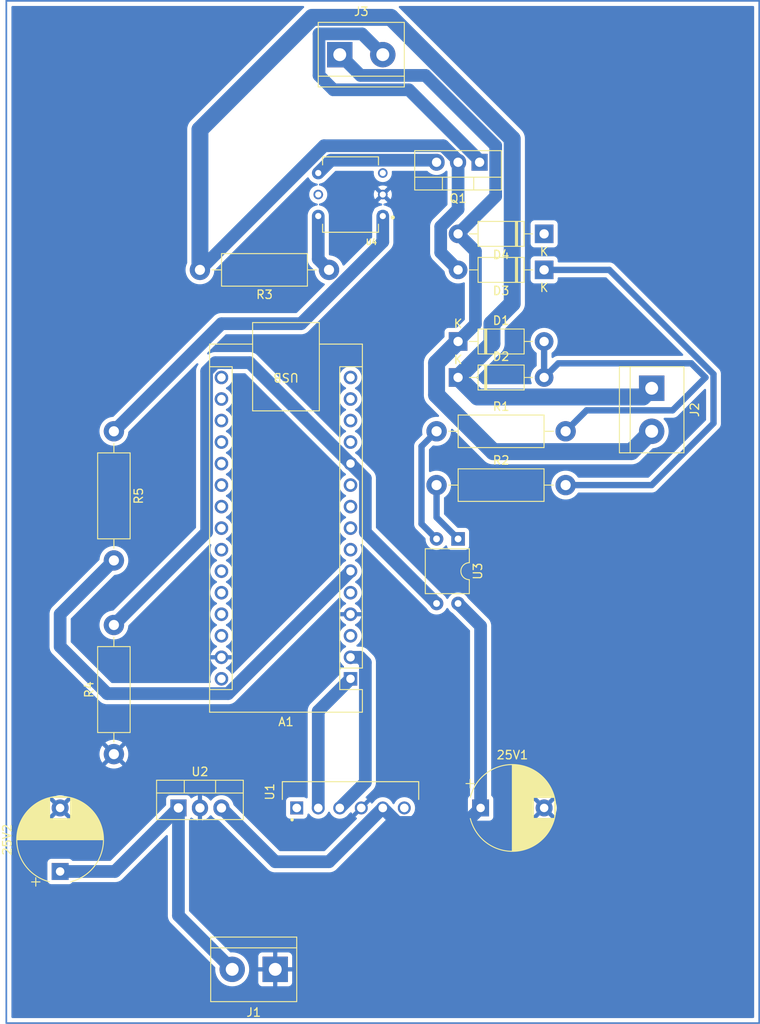
<source format=kicad_pcb>
(kicad_pcb (version 20221018) (generator pcbnew)
  (title_block (title "AC Load Control by NANO Microcontroller  with Bluetooth ") (date "17.06.2023") (rev "1.0") (company "by Muxtar_Safarov"))
  (layers (0 "F.Cu" signal) (31 "B.Cu" signal) (34 "B.Paste" user) (35 "F.Paste" user) (36 "B.SilkS" user "B.Silkscreen") (37 "F.SilkS" user "F.Silkscreen") (38 "B.Mask" user) (39 "F.Mask" user) (44 "Edge.Cuts" user))
  (net 0 "")
  (net 1 "Net-(U1-VCC)")
  (net 2 "Earth")
  (net 3 "+12V")
  (net 4 "Net-(A1-D1{slash}TX)")
  (net 5 "Net-(A1-D0{slash}RX)")
  (net 8 "Net-(A1-D3)")
  (net 13 "Net-(A1-D8)")
  (net 29 "+5V")
  (net 32 "Net-(D1-K)")
  (net 33 "Net-(D1-A)")
  (net 34 "Net-(D2-K)")
  (net 35 "Net-(D3-K)")
  (net 36 "Net-(J3-Pin_2)")
  (net 37 "Net-(Q1-G)")
  (net 38 "Net-(R1-Pad1)")
  (net 39 "Net-(R2-Pad1)")
  (net 40 "Net-(R3-Pad1)")
  (net 41 "Net-(R5-Pad1)")
  (footprint "Diode_THT:D_DO-41_SOD81_P10.16mm_Horizontal" (layer "F.Cu") (at 114.3 103.7 180)
    (fp_text reference "D4" (at 5.08 -2.47) (layer "F.SilkS"))
    (fp_text value "1N4007")
    (fp_text user "K" (at 0 -2.1) (layer "F.SilkS"))
    (pad "1" thru_hole rect (at 0 0 180) (size 2.2 2.2) (drill 1.1) (layers "*.Cu" "*.Mask") (net 35 "Net-(D3-K)"))
    (pad "2" thru_hole oval (at 10.16 0 180) (size 2.2 2.2) (drill 1.1) (layers "*.Cu" "*.Mask") (net 32 "Net-(D1-K)"))
  )
  (footprint "Resistor_THT:R_Axial_DIN0411_L9.9mm_D3.6mm_P15.24mm_Horizontal" (layer "F.Cu") (at 63.5 127 -90)
    (fp_text reference "R5" (at 7.62 -2.92 90) (layer "F.SilkS"))
    (fp_text value "100R")
    (pad "1" thru_hole circle (at 0 0 270) (size 2.4 2.4) (drill 1.2) (layers "*.Cu" "*.Mask") (net 41 "Net-(R5-Pad1)"))
    (pad "2" thru_hole oval (at 15.24 0 270) (size 2.4 2.4) (drill 1.2) (layers "*.Cu" "*.Mask") (net 8 "Net-(A1-D3)"))
  )
  (footprint "Diode_THT:D_DO-41_SOD81_P10.16mm_Horizontal" (layer "F.Cu") (at 114.3 107.95 180)
    (fp_text reference "D3" (at 5.08 -2.47) (layer "F.SilkS"))
    (fp_text value "1N4007")
    (fp_text user "K" (at 0 -2.1) (layer "F.SilkS"))
    (pad "1" thru_hole rect (at 0 0 180) (size 2.2 2.2) (drill 1.1) (layers "*.Cu" "*.Mask") (net 35 "Net-(D3-K)"))
    (pad "2" thru_hole oval (at 10.16 0 180) (size 2.2 2.2) (drill 1.1) (layers "*.Cu" "*.Mask") (net 34 "Net-(D2-K)"))
  )
  (footprint "Resistor_THT:R_Axial_DIN0411_L9.9mm_D3.6mm_P15.24mm_Horizontal" (layer "F.Cu") (at 63.5 165.1 90)
    (fp_text reference "R4" (at 7.62 -2.92 90) (layer "F.SilkS"))
    (fp_text value "1K")
    (pad "1" thru_hole circle (at 0 0 90) (size 2.4 2.4) (drill 1.2) (layers "*.Cu" "*.Mask") (net 2 "Earth"))
    (pad "2" thru_hole oval (at 15.24 0 90) (size 2.4 2.4) (drill 1.2) (layers "*.Cu" "*.Mask") (net 13 "Net-(A1-D8)"))
  )
  (footprint "Package_TO_SOT_THT:TO-220-3_Vertical" (layer "F.Cu") (at 106.68 95.25 180)
    (fp_text reference "Q1" (at 2.54 -4.27) (layer "F.SilkS"))
    (fp_text value "BTA16-600B")
    (pad "1" thru_hole rect (at 0 0 180) (size 1.905 2) (drill 1.1) (layers "*.Cu" "*.Mask") (net 36 "Net-(J3-Pin_2)"))
    (pad "2" thru_hole oval (at 2.54 0 180) (size 1.905 2) (drill 1.1) (layers "*.Cu" "*.Mask") (net 34 "Net-(D2-K)"))
    (pad "3" thru_hole oval (at 5.08 0 180) (size 1.905 2) (drill 1.1) (layers "*.Cu" "*.Mask") (net 37 "Net-(Q1-G)"))
  )
  (footprint "MOC3020M:DIP762W45P254L889H508Q6" (layer "F.Cu") (at 91.44 99.06 180)
    (fp_text reference "U4" (at -2.469425 -5.609645) (layer "F.SilkS") (effects (font (size 0.64037 0.64037))))
    (fp_text value "MOC3020M")
    (pad "1" thru_hole rect (at -3.81 -2.54 180) (size 1.13 1.13) (drill 0.73) (layers "*.Cu" "*.Mask") (net 41 "Net-(R5-Pad1)"))
    (pad "2" thru_hole circle (at -3.81 0 180) (size 1.13 1.13) (drill 0.73) (layers "*.Cu" "*.Mask") (net 2 "Earth"))
    (pad "3" thru_hole circle (at -3.81 2.54 180) (size 1.13 1.13) (drill 0.73) (layers "*.Cu" "*.Mask"))
    (pad "4" thru_hole circle (at 3.81 2.54 180) (size 1.13 1.13) (drill 0.73) (layers "*.Cu" "*.Mask") (net 37 "Net-(Q1-G)"))
    (pad "5" thru_hole circle (at 3.81 0 180) (size 1.13 1.13) (drill 0.73) (layers "*.Cu" "*.Mask"))
    (pad "6" thru_hole circle (at 3.81 -2.54 180) (size 1.13 1.13) (drill 0.73) (layers "*.Cu" "*.Mask") (net 40 "Net-(R3-Pad1)"))
  )
  (footprint "Resistor_THT:R_Axial_DIN0411_L9.9mm_D3.6mm_P15.24mm_Horizontal" (layer "F.Cu") (at 101.6 133.35)
    (fp_text reference "R2" (at 7.62 -2.92) (layer "F.SilkS"))
    (fp_text value "47K")
    (pad "1" thru_hole circle (at 0 0) (size 2.4 2.4) (drill 1.2) (layers "*.Cu" "*.Mask") (net 39 "Net-(R2-Pad1)"))
    (pad "2" thru_hole oval (at 15.24 0) (size 2.4 2.4) (drill 1.2) (layers "*.Cu" "*.Mask") (net 35 "Net-(D3-K)"))
  )
  (footprint "ZC142200:MODULE_ZC142200" (layer "F.Cu") (at 91.44 171.45 90)
    (fp_text reference "U1" (at 1.905 -9.525 90) (layer "F.SilkS"))
    (fp_text value "ZC142200")
    (pad "1" thru_hole rect (at 0 -6.35 90) (size 1.53 1.53) (drill 1.02) (layers "*.Cu" "*.Mask"))
    (pad "2" thru_hole circle (at 0 -3.81 90) (size 1.53 1.53) (drill 1.02) (layers "*.Cu" "*.Mask") (net 4 "Net-(A1-D1{slash}TX)"))
    (pad "3" thru_hole circle (at 0 -1.27 90) (size 1.53 1.53) (drill 1.02) (layers "*.Cu" "*.Mask") (net 5 "Net-(A1-D0{slash}RX)"))
    (pad "4" thru_hole circle (at 0 1.27 90) (size 1.53 1.53) (drill 1.02) (layers "*.Cu" "*.Mask") (net 2 "Earth"))
    (pad "5" thru_hole circle (at 0 3.81 90) (size 1.53 1.53) (drill 1.02) (layers "*.Cu" "*.Mask") (net 1 "Net-(U1-VCC)"))
    (pad "6" thru_hole circle (at 0 6.35 90) (size 1.53 1.53) (drill 1.02) (layers "*.Cu" "*.Mask"))
  )
  (footprint "Package_DIP:DIP-4_W7.62mm" (layer "F.Cu") (at 104.14 139.7 -90)
    (fp_text reference "U3" (at 3.81 -2.33 90) (layer "F.SilkS"))
    (fp_text value "PC817")
    (pad "1" thru_hole rect (at 0 0 270) (size 1.6 1.6) (drill 0.8) (layers "*.Cu" "*.Mask") (net 39 "Net-(R2-Pad1)"))
    (pad "2" thru_hole oval (at 0 2.54 270) (size 1.6 1.6) (drill 0.8) (layers "*.Cu" "*.Mask") (net 38 "Net-(R1-Pad1)"))
    (pad "3" thru_hole oval (at 7.62 2.54 270) (size 1.6 1.6) (drill 0.8) (layers "*.Cu" "*.Mask") (net 13 "Net-(A1-D8)"))
    (pad "4" thru_hole oval (at 7.62 0 270) (size 1.6 1.6) (drill 0.8) (layers "*.Cu" "*.Mask") (net 1 "Net-(U1-VCC)"))
  )
  (footprint "Capacitor_THT:CP_Radial_D10.0mm_P7.50mm" (layer "F.Cu") (at 57.15 178.95 90)
    (fp_text reference "25V2" (at 3.75 -6.25 90) (layer "F.SilkS"))
    (fp_text value "100uF")
    (pad "1" thru_hole rect (at 0 0 90) (size 2 2) (drill 1) (layers "*.Cu" "*.Mask") (net 3 "+12V"))
    (pad "2" thru_hole circle (at 7.5 0 90) (size 2 2) (drill 1) (layers "*.Cu" "*.Mask") (net 2 "Earth"))
  )
  (footprint "Module:Arduino_Nano" (layer "F.Cu") (at 91.44 156.21 180)
    (fp_text reference "A1" (at 7.62 -5.08) (layer "F.SilkS"))
    (fp_text value "Arduino_Nano_v3.x")
    (fp_text user "USB" (at 7.62 35.56 180 unlocked) (layer "F.SilkS"))
    (pad "1" thru_hole rect (at 0 0 180) (size 1.6 1.6) (drill 1) (layers "*.Cu" "*.Mask") (net 4 "Net-(A1-D1{slash}TX)"))
    (pad "2" thru_hole oval (at 0 2.54 180) (size 1.6 1.6) (drill 1) (layers "*.Cu" "*.Mask") (net 5 "Net-(A1-D0{slash}RX)"))
    (pad "3" thru_hole oval (at 0 5.08 180) (size 1.6 1.6) (drill 1) (layers "*.Cu" "*.Mask"))
    (pad "4" thru_hole oval (at 0 7.62 180) (size 1.6 1.6) (drill 1) (layers "*.Cu" "*.Mask") (net 2 "Earth"))
    (pad "5" thru_hole oval (at 0 10.16 180) (size 1.6 1.6) (drill 1) (layers "*.Cu" "*.Mask"))
    (pad "6" thru_hole oval (at 0 12.7 180) (size 1.6 1.6) (drill 1) (layers "*.Cu" "*.Mask") (net 8 "Net-(A1-D3)"))
    (pad "7" thru_hole oval (at 0 15.24 180) (size 1.6 1.6) (drill 1) (layers "*.Cu" "*.Mask"))
    (pad "8" thru_hole oval (at 0 17.78 180) (size 1.6 1.6) (drill 1) (layers "*.Cu" "*.Mask"))
    (pad "9" thru_hole oval (at 0 20.32 180) (size 1.6 1.6) (drill 1) (layers "*.Cu" "*.Mask"))
    (pad "10" thru_hole oval (at 0 22.86 180) (size 1.6 1.6) (drill 1) (layers "*.Cu" "*.Mask"))
    (pad "11" thru_hole oval (at 0 25.4 180) (size 1.6 1.6) (drill 1) (layers "*.Cu" "*.Mask") (net 13 "Net-(A1-D8)"))
    (pad "12" thru_hole oval (at 0 27.94 180) (size 1.6 1.6) (drill 1) (layers "*.Cu" "*.Mask"))
    (pad "13" thru_hole oval (at 0 30.48 180) (size 1.6 1.6) (drill 1) (layers "*.Cu" "*.Mask"))
    (pad "14" thru_hole oval (at 0 33.02 180) (size 1.6 1.6) (drill 1) (layers "*.Cu" "*.Mask"))
    (pad "15" thru_hole oval (at 0 35.56 180) (size 1.6 1.6) (drill 1) (layers "*.Cu" "*.Mask"))
    (pad "16" thru_hole oval (at 15.24 35.56 180) (size 1.6 1.6) (drill 1) (layers "*.Cu" "*.Mask"))
    (pad "17" thru_hole oval (at 15.24 33.02 180) (size 1.6 1.6) (drill 1) (layers "*.Cu" "*.Mask"))
    (pad "18" thru_hole oval (at 15.24 30.48 180) (size 1.6 1.6) (drill 1) (layers "*.Cu" "*.Mask"))
    (pad "19" thru_hole oval (at 15.24 27.94 180) (size 1.6 1.6) (drill 1) (layers "*.Cu" "*.Mask"))
    (pad "20" thru_hole oval (at 15.24 25.4 180) (size 1.6 1.6) (drill 1) (layers "*.Cu" "*.Mask"))
    (pad "21" thru_hole oval (at 15.24 22.86 180) (size 1.6 1.6) (drill 1) (layers "*.Cu" "*.Mask"))
    (pad "22" thru_hole oval (at 15.24 20.32 180) (size 1.6 1.6) (drill 1) (layers "*.Cu" "*.Mask"))
    (pad "23" thru_hole oval (at 15.24 17.78 180) (size 1.6 1.6) (drill 1) (layers "*.Cu" "*.Mask"))
    (pad "24" thru_hole oval (at 15.24 15.24 180) (size 1.6 1.6) (drill 1) (layers "*.Cu" "*.Mask"))
    (pad "25" thru_hole oval (at 15.24 12.7 180) (size 1.6 1.6) (drill 1) (layers "*.Cu" "*.Mask"))
    (pad "26" thru_hole oval (at 15.24 10.16 180) (size 1.6 1.6) (drill 1) (layers "*.Cu" "*.Mask"))
    (pad "27" thru_hole oval (at 15.24 7.62 180) (size 1.6 1.6) (drill 1) (layers "*.Cu" "*.Mask") (net 29 "+5V"))
    (pad "28" thru_hole oval (at 15.24 5.08 180) (size 1.6 1.6) (drill 1) (layers "*.Cu" "*.Mask"))
    (pad "29" thru_hole oval (at 15.24 2.54 180) (size 1.6 1.6) (drill 1) (layers "*.Cu" "*.Mask") (net 2 "Earth"))
    (pad "30" thru_hole oval (at 15.24 0 180) (size 1.6 1.6) (drill 1) (layers "*.Cu" "*.Mask"))
  )
  (footprint "Resistor_THT:R_Axial_DIN0411_L9.9mm_D3.6mm_P15.24mm_Horizontal" (layer "F.Cu") (at 101.6 127)
    (fp_text reference "R1" (at 7.62 -2.92) (layer "F.SilkS"))
    (fp_text value "47K")
    (pad "1" thru_hole circle (at 0 0) (size 2.4 2.4) (drill 1.2) (layers "*.Cu" "*.Mask") (net 38 "Net-(R1-Pad1)"))
    (pad "2" thru_hole oval (at 15.24 0) (size 2.4 2.4) (drill 1.2) (layers "*.Cu" "*.Mask") (net 33 "Net-(D1-A)"))
  )
  (footprint "TerminalBlock:TerminalBlock_bornier-2_P5.08mm" (layer "F.Cu") (at 90.17 82.55)
    (fp_text reference "J3" (at 2.54 -5.08) (layer "F.SilkS"))
    (fp_text value "LOAD")
    (pad "1" thru_hole rect (at 0 0) (size 3 3) (drill 1.52) (layers "*.Cu" "*.Mask") (net 32 "Net-(D1-K)"))
    (pad "2" thru_hole circle (at 5.08 0) (size 3 3) (drill 1.52) (layers "*.Cu" "*.Mask") (net 36 "Net-(J3-Pin_2)"))
  )
  (footprint "Diode_THT:D_DO-41_SOD81_P10.16mm_Horizontal" (layer "F.Cu") (at 104.14 120.65)
    (fp_text reference "D2" (at 5.08 -2.47) (layer "F.SilkS"))
    (fp_text value "1N4007")
    (fp_text user "K" (at 0 -2.1) (layer "F.SilkS"))
    (pad "1" thru_hole rect (at 0 0) (size 2.2 2.2) (drill 1.1) (layers "*.Cu" "*.Mask") (net 34 "Net-(D2-K)"))
    (pad "2" thru_hole oval (at 10.16 0) (size 2.2 2.2) (drill 1.1) (layers "*.Cu" "*.Mask") (net 33 "Net-(D1-A)"))
  )
  (footprint "Diode_THT:D_DO-41_SOD81_P10.16mm_Horizontal" (layer "F.Cu") (at 104.14 116.4)
    (fp_text reference "D1" (at 5.08 -2.47) (layer "F.SilkS"))
    (fp_text value "1N4007")
    (fp_text user "K" (at 0 -2.1) (layer "F.SilkS"))
    (pad "1" thru_hole rect (at 0 0) (size 2.2 2.2) (drill 1.1) (layers "*.Cu" "*.Mask") (net 32 "Net-(D1-K)"))
    (pad "2" thru_hole oval (at 10.16 0) (size 2.2 2.2) (drill 1.1) (layers "*.Cu" "*.Mask") (net 33 "Net-(D1-A)"))
  )
  (footprint "Resistor_THT:R_Axial_DIN0411_L9.9mm_D3.6mm_P15.24mm_Horizontal" (layer "F.Cu") (at 88.9 107.95 180)
    (fp_text reference "R3" (at 7.62 -2.92) (layer "F.SilkS"))
    (fp_text value "220R")
    (pad "1" thru_hole circle (at 0 0 180) (size 2.4 2.4) (drill 1.2) (layers "*.Cu" "*.Mask") (net 40 "Net-(R3-Pad1)"))
    (pad "2" thru_hole oval (at 15.24 0 180) (size 2.4 2.4) (drill 1.2) (layers "*.Cu" "*.Mask") (net 34 "Net-(D2-K)"))
  )
  (footprint "TerminalBlock:TerminalBlock_bornier-2_P5.08mm" (layer "F.Cu") (at 82.55 190.5 180)
    (fp_text reference "J1" (at 2.54 -5.08) (layer "F.SilkS"))
    (fp_text value "INPUT SUPPLY")
    (pad "1" thru_hole rect (at 0 0 180) (size 3 3) (drill 1.52) (layers "*.Cu" "*.Mask") (net 2 "Earth"))
    (pad "2" thru_hole circle (at 5.08 0 180) (size 3 3) (drill 1.52) (layers "*.Cu" "*.Mask") (net 3 "+12V"))
  )
  (footprint "Capacitor_THT:CP_Radial_D10.0mm_P7.50mm" (layer "F.Cu") (at 106.8 171.45)
    (fp_text reference "25V1" (at 3.75 -6.25) (layer "F.SilkS"))
    (fp_text value "100uF")
    (pad "1" thru_hole rect (at 0 0) (size 2 2) (drill 1) (layers "*.Cu" "*.Mask") (net 1 "Net-(U1-VCC)"))
    (pad "2" thru_hole circle (at 7.5 0) (size 2 2) (drill 1) (layers "*.Cu" "*.Mask") (net 2 "Earth"))
  )
  (footprint "TerminalBlock:TerminalBlock_bornier-2_P5.08mm" (layer "F.Cu") (at 127 121.92 -90)
    (fp_text reference "J2" (at 2.54 -5.08 90) (layer "F.SilkS"))
    (fp_text value "AC INPUT ")
    (pad "1" thru_hole rect (at 0 0 270) (size 3 3) (drill 1.52) (layers "*.Cu" "*.Mask") (net 34 "Net-(D2-K)"))
    (pad "2" thru_hole circle (at 5.08 0 270) (size 3 3) (drill 1.52) (layers "*.Cu" "*.Mask") (net 32 "Net-(D1-K)"))
  )
  (footprint "Package_TO_SOT_THT:TO-220-3_Vertical" (layer "F.Cu") (at 71.12 171.45)
    (fp_text reference "U2" (at 2.54 -4.27) (layer "F.SilkS"))
    (fp_text value "LM7805_TO220")
    (pad "1" thru_hole rect (at 0 0) (size 1.905 2) (drill 1.1) (layers "*.Cu" "*.Mask") (net 3 "+12V"))
    (pad "2" thru_hole oval (at 2.54 0) (size 1.905 2) (drill 1.1) (layers "*.Cu" "*.Mask") (net 2 "Earth"))
    (pad "3" thru_hole oval (at 5.08 0) (size 1.905 2) (drill 1.1) (layers "*.Cu" "*.Mask") (net 1 "Net-(U1-VCC)"))
  )
  (gr_rect (start 50.8 76.2) (end 139.7 196.85) (stroke (width 0.2)) (fill none) (layer "B.Cu"))
  (segment (start 82.55 177.8) (end 88.9 177.8) (width 1.5) (layer "B.Cu") (net 1))
  (segment (start 96.965 173.165) (end 95.25 171.45) (width 1.5) (layer "B.Cu") (net 1))
  (segment (start 106.8 149.98) (end 104.14 147.32) (width 1.5) (layer "B.Cu") (net 1))
  (segment (start 88.9 177.8) (end 95.25 171.45) (width 1.5) (layer "B.Cu") (net 1))
  (segment (start 106.8 171.45) (end 105.085 173.165) (width 1.5) (layer "B.Cu") (net 1))
  (segment (start 106.8 171.45) (end 106.8 149.98) (width 1.5) (layer "B.Cu") (net 1))
  (segment (start 76.2 171.45) (end 82.55 177.8) (width 1.5) (layer "B.Cu") (net 1))
  (segment (start 105.085 173.165) (end 96.965 173.165) (width 1.5) (layer "B.Cu") (net 1))
  (segment (start 63.62 178.95) (end 71.12 171.45) (width 1.5) (layer "B.Cu") (net 3))
  (segment (start 71.12 184.15) (end 77.47 190.5) (width 1.5) (layer "B.Cu") (net 3))
  (segment (start 57.15 178.95) (end 63.62 178.95) (width 1.5) (layer "B.Cu") (net 3))
  (segment (start 71.12 171.45) (end 71.12 184.15) (width 1.5) (layer "B.Cu") (net 3))
  (segment (start 87.63 171.45) (end 87.63 160.02) (width 1.5) (layer "B.Cu") (net 4))
  (segment (start 87.63 160.02) (end 91.44 156.21) (width 1.5) (layer "B.Cu") (net 4))
  (segment (start 93.19 168.43) (end 93.19 154.28863) (width 1.5) (layer "B.Cu") (net 5))
  (segment (start 93.19 154.28863) (end 92.57137 153.67) (width 1.5) (layer "B.Cu") (net 5))
  (segment (start 90.17 171.45) (end 93.19 168.43) (width 1.5) (layer "B.Cu") (net 5))
  (segment (start 92.57137 153.67) (end 91.44 153.67) (width 1.5) (layer "B.Cu") (net 5))
  (segment (start 62.71 157.96) (end 57.15 152.4) (width 1.5) (layer "B.Cu") (net 8))
  (segment (start 91.44 143.51) (end 76.99 157.96) (width 1.5) (layer "B.Cu") (net 8))
  (segment (start 57.15 152.4) (end 57.15 148.59) (width 1.5) (layer "B.Cu") (net 8))
  (segment (start 76.99 157.96) (end 62.71 157.96) (width 1.5) (layer "B.Cu") (net 8))
  (segment (start 57.15 148.59) (end 63.5 142.24) (width 1.5) (layer "B.Cu") (net 8))
  (segment (start 93.19 132.56) (end 91.44 130.81) (width 1.5) (layer "B.Cu") (net 13))
  (segment (start 75.475126 118.9) (end 79.53 118.9) (width 1.5) (layer "B.Cu") (net 13))
  (segment (start 101.6 147.32) (end 93.19 138.91) (width 1.5) (layer "B.Cu") (net 13))
  (segment (start 79.53 118.9) (end 91.44 130.81) (width 1.5) (layer "B.Cu") (net 13))
  (segment (start 93.19 138.91) (end 93.19 132.56) (width 1.5) (layer "B.Cu") (net 13))
  (segment (start 74.45 138.91) (end 74.45 119.925126) (width 1.5) (layer "B.Cu") (net 13))
  (segment (start 63.5 149.86) (end 74.45 138.91) (width 1.5) (layer "B.Cu") (net 13))
  (segment (start 74.45 119.925126) (end 75.475126 118.9) (width 1.5) (layer "B.Cu") (net 13))
  (segment (start 106.19 114.35) (end 104.14 116.4) (width 1.5) (layer "B.Cu") (net 32))
  (segment (start 106.19 105.75) (end 106.19 114.35) (width 1.5) (layer "B.Cu") (net 32))
  (segment (start 104.14 103.7) (end 108.5825 99.2575) (width 1.5) (layer "B.Cu") (net 32))
  (segment (start 101.6 122.71) (end 101.6 118.94) (width 2) (layer "B.Cu") (net 32))
  (segment (start 108.5825 93.3) (end 100.2825 85) (width 1.5) (layer "B.Cu") (net 32))
  (segment (start 108.29 129.4) (end 101.6 122.71) (width 2) (layer "B.Cu") (net 32))
  (segment (start 124.6 129.4) (end 108.29 129.4) (width 2) (layer "B.Cu") (net 32))
  (segment (start 127 127) (end 124.6 129.4) (width 2) (layer "B.Cu") (net 32))
  (segment (start 92.62 85) (end 90.17 82.55) (width 1.5) (layer "B.Cu") (net 32))
  (segment (start 108.5825 99.2575) (end 108.5825 93.3) (width 1.5) (layer "B.Cu") (net 32))
  (segment (start 101.6 118.94) (end 104.14 116.4) (width 2) (layer "B.Cu") (net 32))
  (segment (start 104.14 103.7) (end 106.19 105.75) (width 1.5) (layer "B.Cu") (net 32))
  (segment (start 100.2825 85) (end 92.62 85) (width 1.5) (layer "B.Cu") (net 32))
  (segment (start 119.315 124.525) (end 129.475 124.525) (width 0.75) (layer "B.Cu") (net 33))
  (segment (start 133.35 120.65) (end 131.675 118.975) (width 0.75) (layer "B.Cu") (net 33))
  (segment (start 115.975 118.975) (end 114.3 120.65) (width 0.75) (layer "B.Cu") (net 33))
  (segment (start 129.475 124.525) (end 133.35 120.65) (width 0.75) (layer "B.Cu") (net 33))
  (segment (start 131.675 118.975) (end 115.975 118.975) (width 0.75) (layer "B.Cu") (net 33))
  (segment (start 116.84 127) (end 119.315 124.525) (width 0.75) (layer "B.Cu") (net 33))
  (segment (start 114.3 116.4) (end 114.3 120.65) (width 0.75) (layer "B.Cu") (net 33))
  (segment (start 104.14 120.65) (end 108.139999 116.650001) (width 2) (layer "B.Cu") (net 34))
  (segment (start 125.97 122.95) (end 106.44 122.95) (width 2) (layer "B.Cu") (net 34))
  (segment (start 73.66 91.402284) (end 73.66 107.95) (width 2) (layer "B.Cu") (net 34))
  (segment (start 127 121.92) (end 125.97 122.95) (width 2) (layer "B.Cu") (net 34))
  (segment (start 106.44 122.95) (end 104.14 120.65) (width 2) (layer "B.Cu") (net 34))
  (segment (start 108.139999 116.650001) (end 108.139999 114.3) (width 2) (layer "B.Cu") (net 34))
  (segment (start 104.14 95.051959) (end 104.14 95.25) (width 1.5) (layer "B.Cu") (net 34))
  (segment (start 110.532499 92.492283) (end 96.190216 78.15) (width 2) (layer "B.Cu") (net 34))
  (segment (start 88.31 93.3) (end 102.388041 93.3) (width 1.5) (layer "B.Cu") (net 34))
  (segment (start 104.14 95.25) (end 104.14 100.800862) (width 1.5) (layer "B.Cu") (net 34))
  (segment (start 104.14 100.800862) (end 102.09 102.850862) (width 1.5) (layer "B.Cu") (net 34))
  (segment (start 102.09 102.850862) (end 102.09 105.9) (width 1.5) (layer "B.Cu") (net 34))
  (segment (start 102.09 105.9) (end 104.14 107.95) (width 1.5) (layer "B.Cu") (net 34))
  (segment (start 86.912284 78.15) (end 73.66 91.402284) (width 2) (layer "B.Cu") (net 34))
  (segment (start 96.190216 78.15) (end 86.912284 78.15) (width 2) (layer "B.Cu") (net 34))
  (segment (start 110.532499 111.9075) (end 110.532499 92.492283) (width 2) (layer "B.Cu") (net 34))
  (segment (start 108.139999 114.3) (end 110.532499 111.9075) (width 2) (layer "B.Cu") (net 34))
  (segment (start 102.388041 93.3) (end 104.14 95.051959) (width 1.5) (layer "B.Cu") (net 34))
  (segment (start 73.66 107.95) (end 88.31 93.3) (width 1.5) (layer "B.Cu") (net 34))
  (segment (start 121.993502 107.95) (end 134.3 120.256498) (width 0.75) (layer "B.Cu") (net 35))
  (segment (start 127 133.35) (end 116.84 133.35) (width 0.75) (layer "B.Cu") (net 35))
  (segment (start 114.3 107.95) (end 121.993502 107.95) (width 0.75) (layer "B.Cu") (net 35))
  (segment (start 134.3 126.05) (end 127 133.35) (width 0.75) (layer "B.Cu") (net 35))
  (segment (start 134.3 120.256498) (end 134.3 126.05) (width 0.75) (layer "B.Cu") (net 35))
  (segment (start 98.3325 86.7) (end 106.68 95.0475) (width 1.5) (layer "B.Cu") (net 36))
  (segment (start 87.72 80.1) (end 87.72 85) (width 1.5) (layer "B.Cu") (net 36))
  (segment (start 92.8 80.1) (end 87.72 80.1) (width 1.5) (layer "B.Cu") (net 36))
  (segment (start 89.42 86.7) (end 98.3325 86.7) (width 1.5) (layer "B.Cu") (net 36))
  (segment (start 106.68 95.0475) (end 106.68 95.25) (width 1.5) (layer "B.Cu") (net 36))
  (segment (start 87.72 85) (end 89.42 86.7) (width 1.5) (layer "B.Cu") (net 36))
  (segment (start 95.25 82.55) (end 92.8 80.1) (width 1.5) (layer "B.Cu") (net 36))
  (segment (start 87.63 96.52) (end 89.145 95.005) (width 1.5) (layer "B.Cu") (net 37))
  (segment (start 101.355 95.005) (end 101.6 95.25) (width 1.5) (layer "B.Cu") (net 37))
  (segment (start 89.145 95.005) (end 101.355 95.005) (width 1.5) (layer "B.Cu") (net 37))
  (segment (start 99.825 128.775) (end 99.825 137.925) (width 0.75) (layer "B.Cu") (net 38))
  (segment (start 101.6 127) (end 99.825 128.775) (width 0.75) (layer "B.Cu") (net 38))
  (segment (start 99.825 137.925) (end 101.6 139.7) (width 0.75) (layer "B.Cu") (net 38))
  (segment (start 101.6 137.16) (end 104.14 139.7) (width 0.75) (layer "B.Cu") (net 39))
  (segment (start 101.6 133.35) (end 101.6 137.16) (width 0.75) (layer "B.Cu") (net 39))
  (segment (start 87.63 101.6) (end 87.63 106.68) (width 1.5) (layer "B.Cu") (net 40))
  (segment (start 87.63 106.68) (end 88.9 107.95) (width 1.5) (layer "B.Cu") (net 40))
  (segment (start 95.25 104.64056) (end 85.59056 114.3) (width 1.5) (layer "B.Cu") (net 41))
  (segment (start 95.25 101.6) (end 95.25 104.64056) (width 1.5) (layer "B.Cu") (net 41))
  (segment (start 85.59056 114.3) (end 76.2 114.3) (width 1.5) (layer "B.Cu") (net 41))
  (segment (start 76.2 114.3) (end 63.5 127) (width 1.5) (layer "B.Cu") (net 41))
  (zone (net 2) (net_name "Earth") (layer "B.Cu") (connect_pads (clearance 0.5)) (min_thickness 0.25) (fill yes (thermal_gap 0.5) (thermal_bridge_width 0.5))
    (polygon (pts (xy 50.8 76.2) (xy 50.8 196.85) (xy 139.7 196.85) (xy 139.7 76.2)))
  )
)
</source>
